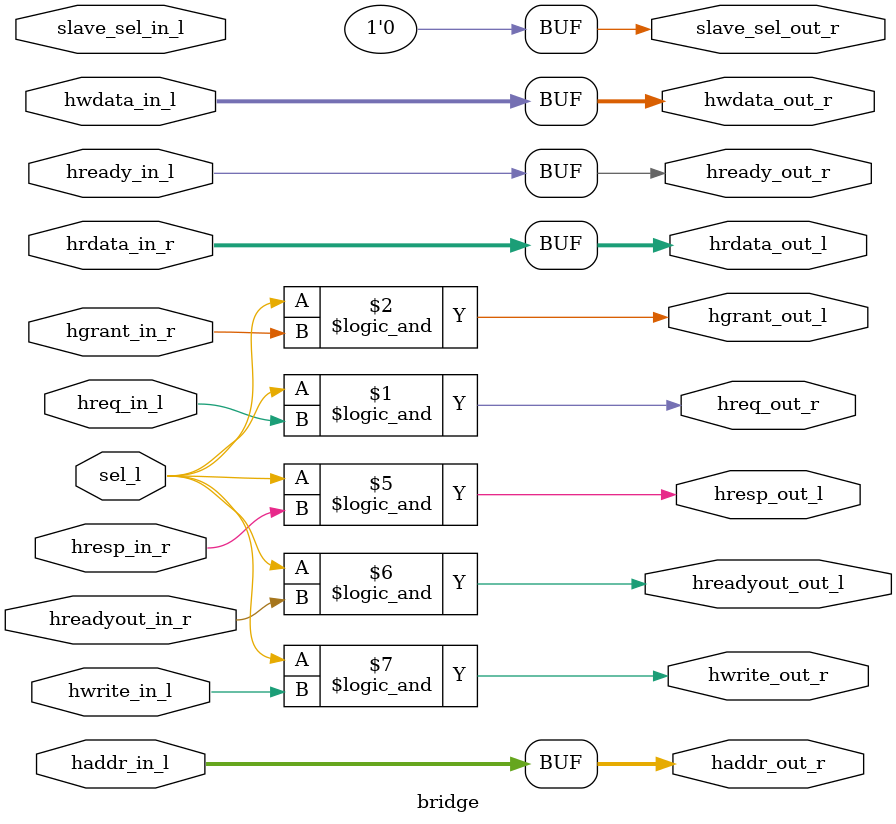
<source format=v>
`timescale 1ns / 1ps


module bridge(
    input sel_l,  //whether bridge is selected
    input hreq_in_l,
    input slave_sel_in_l,
    input hgrant_in_r,
    input hresp_in_r,
    input hreadyout_in_r,
    input [31:0] hrdata_in_r,
    input hwrite_in_l,
    input hready_in_l,
    input [31:0] hwdata_in_l,
    input [31:0] haddr_in_l,
    
    output [31:0] haddr_out_r,
    output hready_out_r,
    output [31:0] hwdata_out_r, 
    output hwrite_out_r,
    output [31:0] hrdata_out_l,
    
    output hresp_out_l,
    output hreadyout_out_l,
    output hreq_out_r,
    output slave_sel_out_r,
    output hgrant_out_l
    );
    
    assign hreq_out_r       = sel_l && hreq_in_l;
    
    assign hgrant_out_l     = sel_l && hgrant_in_r;
    
    assign slave_sel_out_r  = sel_l && (slave_sel_in_l >> 2);
    
    assign hresp_out_l      = sel_l && hresp_in_r;
    
    assign hreadyout_out_l  = sel_l && hreadyout_in_r;
    
    assign hrdata_out_l     =  hrdata_in_r;
    
    assign hwrite_out_r     = sel_l && hwrite_in_l;
    
    assign hwdata_out_r     = hwdata_in_l;
     
    assign hready_out_r     = hready_in_l;
    
    assign haddr_out_r      = haddr_in_l;
 
endmodule

</source>
